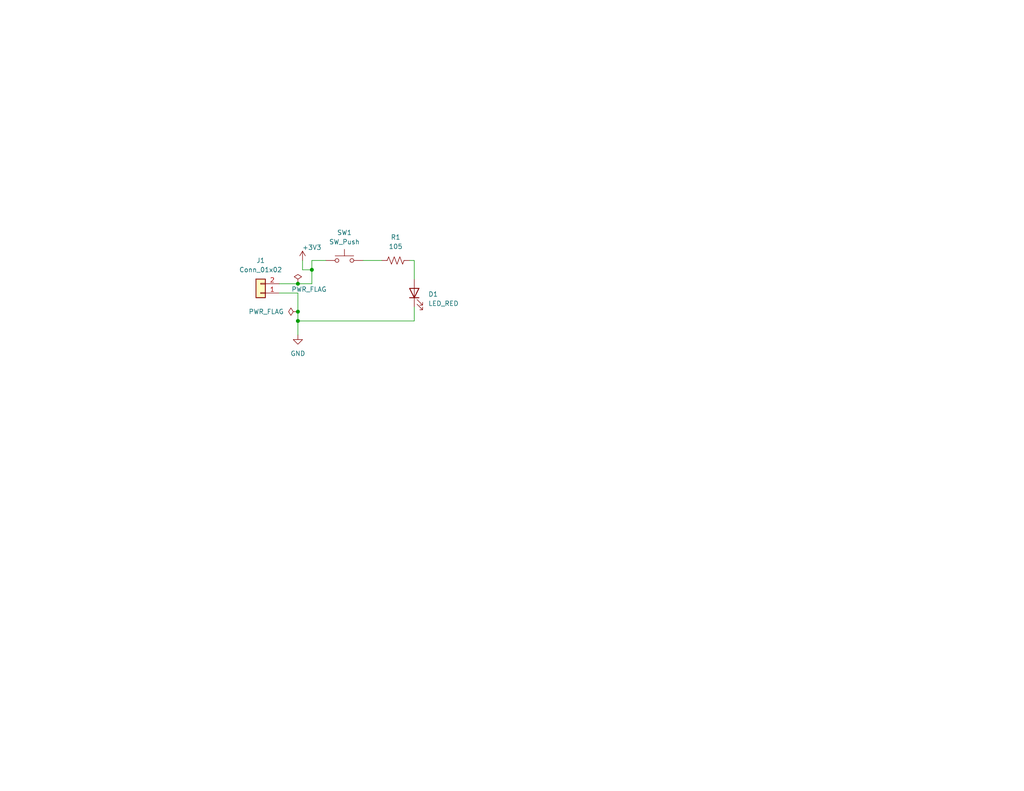
<source format=kicad_sch>
(kicad_sch (version 20231120) (generator "eeschema") (generator_version "8.0")
  (paper "USLetter")
  (title_block (title "LED Project") (date "2024-09-18") (rev "1.0") (company "Illini Solar Car") (comment 1 "Designed By: Philip Chen"))
  (lib_symbols
    (symbol "Connector_Generic:Conn_01x02" (pin_names (offset 1.016) hide)
      (property "Reference" "J" (at 0 2.54 0))
      (property "Value" "Conn_01x02" (at 0 -5.08 0))
      (symbol "Conn_01x02_1_1"
        (rectangle (start -1.27 -2.413) (end 0 -2.667) (stroke (width 0.1524)))
        (rectangle (start -1.27 0.127) (end 0 -0.127) (stroke (width 0.1524)))
        (rectangle (start -1.27 1.27) (end 1.27 -3.81) (stroke (width 0.254)) (fill (type background)))
        (pin passive line (at -5.08 0 0) (length 3.81) (name "Pin_1") (number "1"))
        (pin passive line (at -5.08 -2.54 0) (length 3.81) (name "Pin_2") (number "2"))
      )
    )
    (symbol "Device:LED" (pin_numbers hide) (pin_names (offset 1.016) hide)
      (property "Reference" "D" (at 0 2.54 0))
      (property "Value" "LED" (at 0 -2.54 0))
      (symbol "LED_0_1"
        (polyline (pts (xy -1.27 -1.27) (xy -1.27 1.27)) (stroke (width 0.254)))
        (polyline (pts (xy -1.27 0) (xy 1.27 0)))
        (polyline (pts (xy 1.27 -1.27) (xy 1.27 1.27) (xy -1.27 0) (xy 1.27 -1.27)) (stroke (width 0.254)))
        (polyline (pts (xy -3.048 -0.762) (xy -4.572 -2.286) (xy -3.81 -2.286) (xy -4.572 -2.286) (xy -4.572 -1.524)))
        (polyline (pts (xy -1.778 -0.762) (xy -3.302 -2.286) (xy -2.54 -2.286) (xy -3.302 -2.286) (xy -3.302 -1.524)))
      )
      (symbol "LED_1_1"
        (pin passive line (at -3.81 0 0) (length 2.54) (name "K") (number "1"))
        (pin passive line (at 3.81 0 180) (length 2.54) (name "A") (number "2"))
      )
    )
    (symbol "Device:R_US" (pin_numbers hide) (pin_names (offset 0))
      (property "Reference" "R" (at 2.54 0 90))
      (property "Value" "R_US" (at -2.54 0 90))
      (symbol "R_US_0_1"
        (polyline (pts (xy 0 -2.286) (xy 0 -2.54)))
        (polyline (pts (xy 0 2.286) (xy 0 2.54)))
        (polyline (pts (xy 0 -0.762) (xy 1.016 -1.143) (xy 0 -1.524) (xy -1.016 -1.905) (xy 0 -2.286)))
        (polyline (pts (xy 0 0.762) (xy 1.016 0.381) (xy 0 0) (xy -1.016 -0.381) (xy 0 -0.762)))
        (polyline (pts (xy 0 2.286) (xy 1.016 1.905) (xy 0 1.524) (xy -1.016 1.143) (xy 0 0.762)))
      )
      (symbol "R_US_1_1"
        (pin passive line (at 0 3.81 270) (length 1.27) (name "~") (number "1"))
        (pin passive line (at 0 -3.81 90) (length 1.27) (name "~") (number "2"))
      )
    )
    (symbol "Switch:SW_Push" (pin_numbers hide) (pin_names (offset 1.016) hide)
      (property "Reference" "SW" (at 1.27 2.54 0))
      (property "Value" "SW_Push" (at 0 -1.524 0))
      (symbol "SW_Push_0_1"
        (circle (center -2.032 0) (radius 0.508))
        (polyline (pts (xy 0 1.27) (xy 0 3.048)))
        (polyline (pts (xy 2.54 1.27) (xy -2.54 1.27)))
        (circle (center 2.032 0) (radius 0.508))
        (pin passive line (at -5.08 0 0) (length 2.54) (name "1") (number "1"))
        (pin passive line (at 5.08 0 180) (length 2.54) (name "2") (number "2"))
      )
    )
    (symbol "power:+3V3" (power) (pin_names (offset 0))
      (property "Value" "+3V3" (at 0 3.556 0))
      (symbol "+3V3_0_1"
        (polyline (pts (xy -0.762 1.27) (xy 0 2.54)))
        (polyline (pts (xy 0 0) (xy 0 2.54)))
        (polyline (pts (xy 0 2.54) (xy 0.762 1.27)))
      )
      (symbol "+3V3_1_1"
        (pin power_in line (at 0 0 90) (length 0) hide (name "+3V3") (number "1"))
      )
    )
    (symbol "power:GND" (power) (pin_names (offset 0))
      (property "Value" "GND" (at 0 -3.81 0))
      (symbol "GND_0_1"
        (polyline (pts (xy 0 0) (xy 0 -1.27) (xy 1.27 -1.27) (xy 0 -2.54) (xy -1.27 -1.27) (xy 0 -1.27)))
      )
      (symbol "GND_1_1"
        (pin power_in line (at 0 0 270) (length 0) hide (name "GND") (number "1"))
      )
    )
    (symbol "power:PWR_FLAG" (power) (pin_numbers hide) (pin_names (offset 0) hide)
      (property "Value" "PWR_FLAG" (at 0 3.81 0))
      (symbol "PWR_FLAG_0_0"
        (pin power_out line (at 0 0 90) (length 0) (name "pwr") (number "1"))
      )
      (symbol "PWR_FLAG_0_1"
        (polyline (pts (xy 0 0) (xy 0 1.27) (xy -1.016 1.905) (xy 0 2.54) (xy 1.016 1.905) (xy 0 1.27)))
      )
    )
  )
  (junction (at 85.09 73.66))
  (junction (at 81.28 85.09))
  (junction (at 81.28 77.47))
  (junction (at 81.28 87.63))
  (wire (pts (xy 81.28 77.47) (xy 85.09 77.47)))
  (wire (pts (xy 81.28 87.63) (xy 81.28 91.44)))
  (wire (pts (xy 85.09 73.66) (xy 82.55 73.66)))
  (wire (pts (xy 113.03 71.12) (xy 113.03 76.2)))
  (wire (pts (xy 85.09 77.47) (xy 85.09 73.66)))
  (wire (pts (xy 99.06 71.12) (xy 104.14 71.12)))
  (wire (pts (xy 76.2 77.47) (xy 81.28 77.47)))
  (wire (pts (xy 82.55 73.66) (xy 82.55 71.12)))
  (wire (pts (xy 85.09 71.12) (xy 88.9 71.12)))
  (wire (pts (xy 81.28 85.09) (xy 81.28 87.63)))
  (wire (pts (xy 81.28 80.01) (xy 81.28 85.09)))
  (wire (pts (xy 111.76 71.12) (xy 113.03 71.12)))
  (wire (pts (xy 113.03 83.82) (xy 113.03 87.63)))
  (wire (pts (xy 81.28 87.63) (xy 113.03 87.63)))
  (wire (pts (xy 85.09 73.66) (xy 85.09 71.12)))
  (wire (pts (xy 76.2 80.01) (xy 81.28 80.01)))
  (symbol (lib_id "power:+3V3") (at 82.55 71.12 0) (unit 1)
    (property "Reference" "#PWR03" (effects (hide yes)))
    (property "Value" "+3V3" (at 85.09 67.564 0))
    (property "Description" "Power symbol creates a global label with name \"+3V3\"" (effects (hide yes)))
  )
  (symbol (lib_id "power:PWR_FLAG") (at 81.28 85.09 90) (unit 1)
    (property "Reference" "#FLG01" (effects (hide yes)))
    (property "Value" "PWR_FLAG" (at 77.47 85.0899 90) (effects (justify left)))
    (property "Description" "Special symbol for telling ERC where power comes from" (effects (hide yes)))
  )
  (symbol (lib_id "power:PWR_FLAG") (at 81.28 77.47 0) (unit 1)
    (property "Reference" "#FLG02" (effects (hide yes)))
    (property "Value" "PWR_FLAG" (at 84.328 78.994 0))
    (property "Description" "Special symbol for telling ERC where power comes from" (effects (hide yes)))
  )
  (symbol (lib_id "Connector_Generic:Conn_01x02") (at 71.12 80.01 180) (unit 1)
    (property "Reference" "J1" (at 71.12 71.12 0))
    (property "Value" "Conn_01x02" (at 71.12 73.66 0))
    (property "Footprint" "Connector_Molex:Molex_KK-254_AE-6410-02A_1x02_P2.54mm_Vertical" (effects (hide yes)))
    (property "Datasheet" "https://www.molex.com/content/dam/molex/molex-dot-com/products/automated/en-us/salesdrawingpdf/641/6410/022272021_sd.pdf?inline" (effects (hide yes)))
    (property "Description" "Generic connector, single row, 01x02, script generated (kicad-library-utils/schlib/autogen/connector/)" (effects (hide yes)))
    (property "MPN" "022272021" (effects (hide yes)))
  )
  (symbol (lib_id "Switch:SW_Push") (at 93.98 71.12 0) (unit 1)
    (property "Reference" "SW1" (at 93.98 63.5 0))
    (property "Value" "SW_Push" (at 93.98 66.04 0))
    (property "Footprint" "Button_Switch_SMD:SW_DIP_SPSTx01_Slide_6.7x4.1mm_W8.61mm_P2.54mm_LowProfile" (effects (hide yes)))
    (property "Datasheet" "https://www.te.com/usa-en/product-1825910-6.datasheet.pdf" (effects (hide yes)))
    (property "Description" "Push button switch, generic, two pins" (effects (hide yes)))
    (property "MPN" "  1825910-6" (effects (hide yes)))
    (property "Notes" "push" (effects (hide yes)))
  )
  (symbol (lib_id "Device:R_US") (at 107.95 71.12 90) (unit 1)
    (property "Reference" "R1" (at 107.95 64.77 90))
    (property "Value" "105" (at 107.95 67.31 90))
    (property "Footprint" "Resistor_SMD:R_0603_1608Metric_Pad0.98x0.95mm_HandSolder" (effects (hide yes)))
    (property "Description" "Resistor, US symbol" (effects (hide yes)))
  )
  (symbol (lib_id "power:GND") (at 81.28 91.44 0) (unit 1)
    (property "Reference" "#PWR02" (effects (hide yes)))
    (property "Value" "GND" (at 81.28 96.52 0))
    (property "Description" "Power symbol creates a global label with name \"GND\" , ground" (effects (hide yes)))
  )
  (symbol (lib_id "Device:LED") (at 113.03 80.01 90) (unit 1)
    (property "Reference" "D1" (at 116.84 80.3274 90) (effects (justify right)))
    (property "Value" "LED_RED" (at 116.84 82.8674 90) (effects (justify right)))
    (property "Footprint" "layout:LED_0603_Symbol_on_F.SilkS" (effects (hide yes)))
    (property "Description" "Light emitting diode" (effects (hide yes)))
  )
)
</source>
